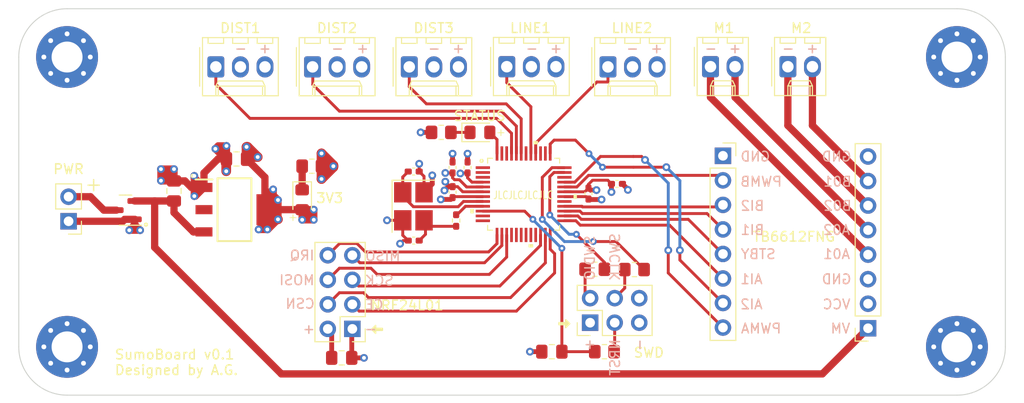
<source format=kicad_pcb>
(kicad_pcb (version 20211014) (generator pcbnew)
  (layers (0 "F.Cu" signal) (1 "In1.Cu" power) (2 "In2.Cu" power) (31 "B.Cu" signal) (34 "B.Paste" user) (35 "F.Paste" user) (36 "B.SilkS" user "B.Silkscreen") (37 "F.SilkS" user "F.Silkscreen") (38 "B.Mask" user) (39 "F.Mask" user) (44 "Edge.Cuts" user))
  (net 0 "")
  (net 1 "+7.5V")
  (net 2 "GND")
  (net 3 "+3V3")
  (net 4 "Net-(C202-Pad1)")
  (net 5 "Net-(C205-Pad1)")
  (net 6 "NRST")
  (net 7 "/[1] Power/LED_PWR_K")
  (net 8 "Net-(D201-Pad1)")
  (net 9 "LED")
  (net 11 "DIST1_DATA")
  (net 12 "DIST2_DATA")
  (net 13 "DIST3_DATA")
  (net 14 "LINE1_DATA")
  (net 15 "LINE2_DATA")
  (net 16 "M1_OutA")
  (net 17 "M1_OutB")
  (net 18 "M2_OutB")
  (net 19 "M2_OutA")
  (net 20 "NRF_CE")
  (net 21 "SPI_SCK")
  (net 22 "SPI_MOSI")
  (net 23 "NRF_IRQ")
  (net 24 "Net-(J208-Pad2)")
  (net 25 "Net-(J208-Pad3)")
  (net 26 "Net-(J208-Pad4)")
  (net 28 "M2_PWM")
  (net 29 "M2_InB")
  (net 30 "M2_InA")
  (net 31 "STBY")
  (net 32 "M1_InA")
  (net 33 "M1_InB")
  (net 34 "M1_PWM")
  (net 35 "Net-(J212-Pad2)")
  (net 36 "Net-(R201-Pad2)")
  (net 37 "SWDIO")
  (net 38 "SWCLK")
  (net 43 "SPI_MISO")
  (net 50 "NRF_CSN")
  (footprint "Resistor_SMD:R_0805_2012Metric_Pad1.20x1.40mm_HandSolder" (layer "F.Cu") (at 131.15 94.7)
    (fp_text reference "R104")
    (fp_text value "1k")
  )
  (footprint "Connector_Molex:Molex_KK-254_AE-6410-03A_1x03_P2.54mm_Vertical" (layer "F.Cu") (at 141.225 84.42)
    (fp_text reference "J203")
    (fp_text value "Conn_01x03")
  )
  (footprint "Capacitor_SMD:C_0402_1005Metric_Pad0.74x0.62mm_HandSolder" (layer "F.Cu") (at 159.75 97.5325 -90)
    (fp_text reference "C207")
    (fp_text value "100n")
  )
  (footprint "LED_SMD:LED_0805_2012Metric_Pad1.15x1.40mm_HandSolder" (layer "F.Cu") (at 148.525 91.2)
    (fp_text reference "D201")
    (fp_text value "BLUE")
  )
  (footprint "Capacitor_SMD:C_0805_2012Metric_Pad1.18x1.45mm_HandSolder" (layer "F.Cu") (at 123.3625 93.95)
    (fp_text reference "C102")
    (fp_text value "22u")
  )
  (footprint "Capacitor_SMD:C_0402_1005Metric_Pad0.74x0.62mm_HandSolder" (layer "F.Cu") (at 141.6825 95.2525)
    (fp_text reference "C202")
    (fp_text value "20p")
  )
  (footprint "Connector_Molex:Molex_KK-254_AE-6410-03A_1x03_P2.54mm_Vertical" (layer "F.Cu") (at 161.765 84.42)
    (fp_text reference "J205")
    (fp_text value "Conn_01x03")
  )
  (footprint "Connector_PinHeader_2.54mm:PinHeader_1x02_P2.54mm_Vertical" (layer "F.Cu") (at 106 100.4 180)
    (fp_text reference "J212")
    (fp_text value "Conn_01x02")
  )
  (footprint "Package_TO_SOT_SMD:SOT-23" (layer "F.Cu") (at 111.8875 99.25 180)
    (fp_text reference "Q101")
    (fp_text value "AO3401A")
  )
  (footprint "Connector_PinHeader_2.54mm:PinHeader_2x03_P2.54mm_Vertical" (layer "F.Cu") (at 159.92 110.9 90)
    (fp_text reference "J208")
    (fp_text value "Conn_02x03_Odd_Even")
  )
  (footprint "Connector_Molex:Molex_KK-254_AE-6410-03A_1x03_P2.54mm_Vertical" (layer "F.Cu") (at 131.225 84.42)
    (fp_text reference "J202")
    (fp_text value "Conn_01x03")
  )
  (footprint "Connector_Molex:Molex_KK-254_AE-6410-03A_1x03_P2.54mm_Vertical" (layer "F.Cu") (at 121.225 84.42)
    (fp_text reference "J201")
    (fp_text value "Conn_01x03")
  )
  (footprint "Capacitor_SMD:C_0805_2012Metric_Pad1.18x1.45mm_HandSolder" (layer "F.Cu") (at 155.9625 113.9 180)
    (fp_text reference "C208")
    (fp_text value "100n")
  )
  (footprint "Capacitor_SMD:C_0402_1005Metric_Pad0.74x0.62mm_HandSolder" (layer "F.Cu") (at 145.7 94.8325 90)
    (fp_text reference "C204")
    (fp_text value "100n")
  )
  (footprint "Resistor_SMD:R_0805_2012Metric_Pad1.20x1.40mm_HandSolder" (layer "F.Cu") (at 161.4 113.9)
    (fp_text reference "R203")
    (fp_text value "49R9")
  )
  (footprint "Crystal:Crystal_SMD_SeikoEpson_FA238-4Pin_3.2x2.5mm_HandSoldering" (layer "F.Cu") (at 141.65 98.8525 -90)
    (fp_text reference "Y201")
    (fp_text value "16MHz")
  )
  (footprint "Capacitor_SMD:C_0402_1005Metric_Pad0.74x0.62mm_HandSolder" (layer "F.Cu") (at 145.7 97.3825 -90)
    (fp_text reference "C206")
    (fp_text value "100n")
  )
  (footprint "Connector_Molex:Molex_KK-254_AE-6410-02A_1x02_P2.54mm_Vertical" (layer "F.Cu") (at 172.365 84.4)
    (fp_text reference "J210")
    (fp_text value "Conn_01x02")
  )
  (footprint "Capacitor_SMD:C_0402_1005Metric_Pad0.74x0.62mm_HandSolder" (layer "F.Cu") (at 147.25 94.8325 90)
    (fp_text reference "C203")
    (fp_text value "100n")
  )
  (footprint "Connector_Molex:Molex_KK-254_AE-6410-02A_1x02_P2.54mm_Vertical" (layer "F.Cu") (at 180.365 84.4)
    (fp_text reference "J211")
    (fp_text value "Conn_01x02")
  )
  (footprint "Resistor_SMD:R_0805_2012Metric_Pad1.20x1.40mm_HandSolder" (layer "F.Cu") (at 144.525 91.2 180)
    (fp_text reference "R202")
    (fp_text value "1k")
  )
  (footprint "Resistor_SMD:R_0402_1005Metric_Pad0.72x0.64mm_HandSolder" (layer "F.Cu") (at 146.07 100.3225 90)
    (fp_text reference "R201")
    (fp_text value "390")
  )
  (footprint "MountingHole:MountingHole_3.2mm_M3_Pad_Via" (layer "F.Cu") (at 105.845 83.4)
    (fp_text reference "H1")
    (fp_text value "MountingHole_Pad")
  )
  (footprint "SamacSys_Parts:SOT230P700X180-4N" (layer "F.Cu") (at 123.15 99.2)
    (fp_text reference "IC101")
    (fp_text value "LMS8117AMP-3.3_NOPB" hide)
  )
  (footprint "Connector_PinSocket_2.54mm:PinSocket_1x08_P2.54mm_Vertical" (layer "F.Cu") (at 173.655 93.625)
    (fp_text reference "J209")
    (fp_text value "Conn_01x08")
  )
  (footprint "MountingHole:MountingHole_3.2mm_M3_Pad_Via" (layer "F.Cu") (at 197.845 113.4)
    (fp_text reference "H3")
    (fp_text value "MountingHole_Pad")
  )
  (footprint "Resistor_SMD:R_0805_2012Metric_Pad1.20x1.40mm_HandSolder" (layer "F.Cu") (at 160.4 105.37)
    (fp_text reference "R204")
    (fp_text value "49R9")
  )
  (footprint "STM32G0B1CE6TN:STM32G0B1CET6N" (layer "F.Cu") (at 153.045 97.6)
    (fp_text reference "U201")
    (fp_text value "STM32G0B1CET6N")
  )
  (footprint "Capacitor_SMD:C_0402_1005Metric_Pad0.74x0.62mm_HandSolder" (layer "F.Cu") (at 141.6825 102.4 180)
    (fp_text reference "C205")
    (fp_text value "20p")
  )
  (footprint "Connector_PinSocket_2.54mm:PinSocket_1x08_P2.54mm_Vertical" (layer "F.Cu") (at 188.655 111.475 180)
    (fp_text reference "J206")
    (fp_text value "Conn_01x08")
  )
  (footprint "Connector_Molex:Molex_KK-254_AE-6410-03A_1x03_P2.54mm_Vertical" (layer "F.Cu") (at 151.305 84.4)
    (fp_text reference "J204")
    (fp_text value "Conn_01x03")
  )
  (footprint "LED_SMD:LED_0805_2012Metric_Pad1.15x1.40mm_HandSolder" (layer "F.Cu") (at 130.15 98.175 -90)
    (fp_text reference "D101")
    (fp_text value "GREEN")
  )
  (footprint "Resistor_SMD:R_0805_2012Metric_Pad1.20x1.40mm_HandSolder" (layer "F.Cu") (at 164.5 105.4)
    (fp_text reference "R205")
    (fp_text value "49R9")
  )
  (footprint "Capacitor_SMD:C_0805_2012Metric_Pad1.18x1.45mm_HandSolder" (layer "F.Cu") (at 116.9 97.2625 90)
    (fp_text reference "C101")
    (fp_text value "22u")
  )
  (footprint "MountingHole:MountingHole_3.2mm_M3_Pad_Via" (layer "F.Cu") (at 105.845 113.4)
    (fp_text reference "H2")
    (fp_text value "MountingHole_Pad")
  )
  (footprint "MountingHole:MountingHole_3.2mm_M3_Pad_Via" (layer "F.Cu") (at 197.845 83.4)
    (fp_text reference "H4")
    (fp_text value "MountingHole_Pad")
  )
  (footprint "Capacitor_SMD:C_0402_1005Metric_Pad0.74x0.62mm_HandSolder" (layer "F.Cu") (at 162.6925 96.525)
    (fp_text reference "C201")
    (fp_text value "10u")
  )
  (footprint "Connector_PinHeader_2.54mm:PinHeader_2x04_P2.54mm_Vertical" (layer "F.Cu") (at 135.340489 111.54 180)
    (fp_text reference "J207")
    (fp_text value "Conn_02x04_Odd_Even")
  )
  (footprint "Capacitor_SMD:C_0805_2012Metric_Pad1.18x1.45mm_HandSolder" (layer "F.Cu") (at 134.240489 114.54 180)
    (fp_text reference "C209")
    (fp_text value "10u")
  )
  (gr_circle (center 114 100.75) (end 114.05 100.7) (layer "F.SilkS") (width 0.15) (fill none))
  (gr_poly (pts (xy 137.340489 111.59) (xy 137.740489 111.19) (xy 137.740489 111.49) (xy 138.440489 111.49) (xy 138.440489 111.69) (xy 137.740489 111.69) (xy 137.740489 111.99)) (layer "F.SilkS") (width 0.15) (fill solid))
  (gr_poly (pts (xy 157.8 111) (xy 157.4 111.4) (xy 157.4 111.1) (xy 156.7 111.1) (xy 156.7 110.9) (xy 157.4 110.9) (xy 157.4 110.6)) (layer "F.SilkS") (width 0.15) (fill solid))
  (gr_circle (center 148.7 94.15) (end 148.75 94.1) (layer "F.SilkS") (width 0.15) (fill none))
  (gr_circle (center 118.85 95.7) (end 118.9 95.65) (layer "F.SilkS") (width 0.15) (fill none))
  (gr_arc (start 105.85 118.4) (mid 102.314466 116.935534) (end 100.85 113.4) (layer "Edge.Cuts") (width 0.1))
  (gr_arc (start 100.85 83.4) (mid 102.314466 79.864466) (end 105.85 78.4) (layer "Edge.Cuts") (width 0.1))
  (gr_arc (start 197.85 78.4) (mid 201.385534 79.864466) (end 202.85 83.4) (layer "Edge.Cuts") (width 0.1))
  (gr_arc (start 202.85 113.4) (mid 201.385534 116.935534) (end 197.85 118.4) (layer "Edge.Cuts") (width 0.1))
  (gr_line (start 202.85 83.4) (end 202.85 113.4) (layer "Edge.Cuts") (width 0.1))
  (gr_line (start 100.85 83.4) (end 100.85 113.4) (layer "Edge.Cuts") (width 0.1))
  (gr_line (start 105.85 78.4) (end 197.85 78.4) (layer "Edge.Cuts") (width 0.1))
  (gr_line (start 105.85 118.4) (end 197.85 118.4) (layer "Edge.Cuts") (width 0.1))
  (gr_text "+" (at 156.4 82.5) (layer "B.SilkS") (effects (font (size 1 1)) (justify mirror)))
  (gr_text "A01" (at 185.4 103.8) (layer "B.SilkS") (effects (font (size 1 1)) (justify mirror)))
  (gr_text "-" (at 153.9 82.5) (layer "B.SilkS") (effects (font (size 1 1)) (justify mirror)))
  (gr_text "MOSI" (at 129.6 106.5) (layer "B.SilkS") (effects (font (size 1 1)) (justify mirror)))
  (gr_text "CE" (at 138.640489 109.04) (layer "B.SilkS") (effects (font (size 1 1)) (justify left mirror)))
  (gr_text "AI1" (at 176.6 106.4) (layer "B.SilkS") (effects (font (size 1 1)) (justify mirror)))
  (gr_text "+" (at 130.840489 111.54) (layer "B.SilkS") (effects (font (size 1 1)) (justify mirror)))
  (gr_text "GND" (at 177 93.7) (layer "B.SilkS") (effects (font (size 1 1)) (justify mirror)))
  (gr_text "-" (at 137.240489 111.54) (layer "B.SilkS") (effects (font (size 1 1)) (justify mirror)))
  (gr_text "SCK" (at 139.7 106.54) (layer "B.SilkS") (effects (font (size 1 1)) (justify left mirror)))
  (gr_text "PWMB" (at 177.6 96.3) (layer "B.SilkS") (effects (font (size 1 1)) (justify mirror)))
  (gr_text "VM" (at 185.8 111.5) (layer "B.SilkS") (effects (font (size 1 1)) (justify mirror)))
  (gr_text "-" (at 133.8 82.5) (layer "B.SilkS") (effects (font (size 1 1)) (justify mirror)))
  (gr_text "CSN" (at 129.940489 108.94) (layer "B.SilkS") (effects (font (size 1 1)) (justify mirror)))
  (gr_text "BI2" (at 176.7 98.8) (layer "B.SilkS") (effects (font (size 1 1)) (justify mirror)))
  (gr_text "SWCLK" (at 162.5 104.1 90) (layer "B.SilkS") (effects (font (size 1 1)) (justify mirror)))
  (gr_text "-" (at 165 113.2 90) (layer "B.SilkS") (effects (font (size 1 1)) (justify mirror)))
  (gr_text "GND" (at 185.4 93.7) (layer "B.SilkS") (effects (font (size 1 1)) (justify mirror)))
  (gr_text "+" (at 136.4 82.5) (layer "B.SilkS") (effects (font (size 1 1)) (justify mirror)))
  (gr_text "-" (at 123.8 82.5) (layer "B.SilkS") (effects (font (size 1 1)) (justify mirror)))
  (gr_text "-" (at 172.4 82.5) (layer "B.SilkS") (effects (font (size 1 1)) (justify mirror)))
  (gr_text "+" (at 174.9 82.5) (layer "B.SilkS") (effects (font (size 1 1)) (justify mirror)))
  (gr_text "STBY" (at 177.3 103.8) (layer "B.SilkS") (effects (font (size 1 1)) (justify mirror)))
  (gr_text "VCC" (at 185.4 109) (layer "B.SilkS") (effects (font (size 1 1)) (justify mirror)))
  (gr_text "PWMA" (at 177.6 111.5) (layer "B.SilkS") (effects (font (size 1 1)) (justify mirror)))
  (gr_text "+" (at 126.3 82.5) (layer "B.SilkS") (effects (font (size 1 1)) (justify mirror)))
  (gr_text "+" (at 159.9 113.1) (layer "B.SilkS") (effects (font (size 1 1)) (justify mirror)))
  (gr_text "BI1" (at 176.7 101.3) (layer "B.SilkS") (effects (font (size 1 1)) (justify mirror)))
  (gr_text "B01" (at 185.5 96.3) (layer "B.SilkS") (effects (font (size 1 1)) (justify mirror)))
  (gr_text "-" (at 164.3 82.5) (layer "B.SilkS") (effects (font (size 1 1)) (justify mirror)))
  (gr_text "-" (at 180.4 82.5) (layer "B.SilkS") (effects (font (size 1 1)) (justify mirror)))
  (gr_text "+" (at 182.9 82.5) (layer "B.SilkS") (effects (font (size 1 1)) (justify mirror)))
  (gr_text "AI2" (at 176.6 109) (layer "B.SilkS") (effects (font (size 1 1)) (justify mirror)))
  (gr_text "-" (at 143.8 82.5) (layer "B.SilkS") (effects (font (size 1 1)) (justify mirror)))
  (gr_text "MISO" (at 140.4 104) (layer "B.SilkS") (effects (font (size 1 1)) (justify left mirror)))
  (gr_text "B02" (at 185.5 98.8) (layer "B.SilkS") (effects (font (size 1 1)) (justify mirror)))
  (gr_text "GND" (at 185.4 106.4) (layer "B.SilkS") (effects (font (size 1 1)) (justify mirror)))
  (gr_text "A02" (at 185.4 101.3) (layer "B.SilkS") (effects (font (size 1 1)) (justify mirror)))
  (gr_text "NRST" (at 162.5 114.5 90) (layer "B.SilkS") (effects (font (size 1 1)) (justify mirror)))
  (gr_text "IRQ" (at 130.140489 103.94) (layer "B.SilkS") (effects (font (size 1 1)) (justify mirror)))
  (gr_text "+" (at 146.3 82.5) (layer "B.SilkS") (effects (font (size 1 1)) (justify mirror)))
  (gr_text "SWDIO" (at 159.9 104.2 90) (layer "B.SilkS") (effects (font (size 1 1)) (justify mirror)))
  (gr_text "+" (at 166.8 82.5) (layer "B.SilkS") (effects (font (size 1 1)) (justify mirror)))
  (gr_text "DIST1" (at 123.75 80.4) (layer "F.SilkS") (effects (font (size 1 1))))
  (gr_text "M1" (at 173.75 80.4) (layer "F.SilkS") (effects (font (size 1 1))))
  (gr_text "JLCJLCJLCJLC" (at 153 97.7) (layer "F.SilkS") (effects (font (size 0.8 0.6) (thickness 0.1))))
  (gr_text "+" (at 150.7 91.17) (layer "F.SilkS") (effects (font (size 0.8 0.8) (thickness 0.1))))
  (gr_text "NRF24L01" (at 141 109.1) (layer "F.SilkS") (effects (font (size 1 1))))
  (gr_text "+" (at 129.2 99.96) (layer "F.SilkS") (effects (font (size 0.8 0.8) (thickness 0.1))))
  (gr_text "LINE1" (at 153.75 80.4) (layer "F.SilkS") (effects (font (size 1 1))))
  (gr_text "3V3" (at 133 98) (layer "F.SilkS") (effects (font (size 1 1))))
  (gr_text "SWD" (at 166 114) (layer "F.SilkS") (effects (font (size 1 1))))
  (gr_text "LINE2" (at 164.25 80.4) (layer "F.SilkS") (effects (font (size 1 1))))
  (gr_text "PWR" (at 106 95) (layer "F.SilkS") (effects (font (size 1 1))))
  (gr_text "DIST3" (at 143.75 80.4) (layer "F.SilkS") (effects (font (size 1 1))))
  (gr_text "DIST2" (at 133.75 80.4) (layer "F.SilkS") (effects (font (size 1 1))))
  (gr_text "SumoBoard v0.1\nDesigned by A.G." (at 110.7 115) (layer "F.SilkS") (effects (font (size 1 1)) (justify left)))
  (gr_text "M2" (at 181.75 80.4) (layer "F.SilkS") (effects (font (size 1 1))))
  (gr_text "STATUS" (at 148.5 89.5) (layer "F.SilkS") (effects (font (size 1 1))))
  (gr_text "TB6612FNG" (at 181 102) (layer "F.SilkS") (effects (font (size 1 1))))
  (gr_text "+" (at 108.59 96.55) (layer "F.SilkS") (effects (font (size 1.5 1.5))))
  (segment (start 116.9 98.3) (end 116.9 99.5) (width 0.75) (layer "F.Cu") (net 1))
  (segment (start 183.93 116.2) (end 188.655 111.475) (width 0.75) (layer "F.Cu") (net 1))
  (segment (start 114.9 98.3) (end 112.825 98.3) (width 0.75) (layer "F.Cu") (net 1))
  (segment (start 116.9 99.5) (end 118.9 101.5) (width 0.75) (layer "F.Cu") (net 1))
  (segment (start 114.9 103.1) (end 128 116.2) (width 0.75) (layer "F.Cu") (net 1))
  (segment (start 114.9 98.3) (end 114.9 103.1) (width 0.75) (layer "F.Cu") (net 1))
  (segment (start 116.9 98.3) (end 114.9 98.3) (width 0.75) (layer "F.Cu") (net 1))
  (segment (start 128 116.2) (end 183.93 116.2) (width 0.75) (layer "F.Cu") (net 1))
  (segment (start 118.9 101.5) (end 120 101.5) (width 0.75) (layer "F.Cu") (net 1))
  (segment (start 145.7 97.95) (end 145.51 98.14) (width 0.5) (layer "F.Cu") (net 2))
  (segment (start 122.325 93.95) (end 122.325 92.6) (width 0.75) (layer "F.Cu") (net 2))
  (segment (start 138.9275 100.3025) (end 138.925 100.3) (width 0.3) (layer "F.Cu") (net 2))
  (segment (start 122.225 93.95) (end 121.175 92.9) (width 0.75) (layer "F.Cu") (net 2))
  (segment (start 141.1 102.4) (end 140.55 101.85) (width 0.3) (layer "F.Cu") (net 2))
  (segment (start 111.6 100.4) (end 111.8 100.2) (width 0.75) (layer "F.Cu") (net 2))
  (segment (start 132.15 94.7) (end 133.375 94.7) (width 1) (layer "F.Cu") (net 2))
  (segment (start 116.9 96.225) (end 118.025 96.225) (width 0.75) (layer "F.Cu") (net 2))
  (segment (start 161.1 98.15) (end 159.8 98.15) (width 0.5) (layer "F.Cu") (net 2))
  (segment (start 122.3 95.225) (end 122.3 93.975) (width 1) (layer "F.Cu") (net 2))
  (segment (start 135.277989 111.6025) (end 135.340489 111.54) (width 0.5) (layer "F.Cu") (net 2))
  (segment (start 122.325 93.95) (end 122.225 93.95) (width 0.75) (layer "F.Cu") (net 2))
  (segment (start 115.55 95) (end 115.55 96.2) (width 0.75) (layer "F.Cu") (net 2))
  (segment (start 163.825 97.09) (end 163.26 96.525) (width 0.5) (layer "F.Cu") (net 2))
  (segment (start 116.9 96.225) (end 116.9 95.8) (width 0.75) (layer "F.Cu") (net 2))
  (segment (start 111.8 100.2) (end 112.825 100.2) (width 0.75) (layer "F.Cu") (net 2))
  (segment (start 119 95.7) (end 119 95.9) (width 0.75) (layer "F.Cu") (net 2))
  (segment (start 116.9 95.8) (end 116.475 95.375) (width 0.75) (layer "F.Cu") (net 2))
  (segment (start 154.925 113.9) (end 153.7 113.9) (width 0.5) (layer "F.Cu") (net 2))
  (segment (start 135.277989 114.54) (end 135.277989 111.6025) (width 0.5) (layer "F.Cu") (net 2))
  (segment (start 112.825 100.2) (end 112.825 100.75) (width 0.75) (layer "F.Cu") (net 2))
  (segment (start 112.825 100.2) (end 112.825 100.775) (width 0.75) (layer "F.Cu") (net 2))
  (segment (start 157.2614 97.85) (end 159.5 97.85) (width 0.3) (layer "F.Cu") (net 2))
  (segment (start 116.9 96.225) (end 115.575 96.225) (width 0.75) (layer "F.Cu") (net 2))
  (segment (start 119 97.8) (end 119.1 97.8) (width 0.75) (layer "F.Cu") (net 2))
  (segment (start 159.8 98.15) (end 159.75 98.1) (width 0.5) (layer "F.Cu") (net 2))
  (segment (start 121.175 92.9) (end 121.475 92.6) (width 0.75) (layer "F.Cu") (net 2))
  (segment (start 106 100.4) (end 111.6 100.4) (width 0.75) (layer "F.Cu") (net 2))
  (segment (start 112.825 100.775) (end 112.275 101.325) (width 0.75) (layer "F.Cu") (net 2))
  (segment (start 122.325 93.95) (end 121.45 93.95) (width 0.75) (layer "F.Cu") (net 2))
  (segment (start 135.277989 114.54) (end 136.540489 114.54) (width 0.5) (layer "F.Cu") (net 2))
  (segment (start 140.55 100.3025) (end 138.9275 100.3025) (width 0.3) (layer "F.Cu") (net 2))
  (segment (start 142.25 95.2525) (end 142.25 94.45) (width 0.3) (layer "F.Cu") (net 2))
  (segment (start 133.375 94.8) (end 132.15 96.025) (width 1) (layer "F.Cu") (net 2))
  (segment (start 122.325 93.425) (end 121.925 93.025) (width 0.75) (layer "F.Cu") (net 2))
  (segment (start 116.775 96.225) (end 115.55 95) (width 0.75) (layer "F.Cu") (net 2))
  (segment (start 122.325 93.95) (end 122.325 93.425) (width 0.75) (layer "F.Cu") (net 2))
  (segment (start 116.9 96.225) (end 116.9 95) (width 0.75) (layer "F.Cu") (net 2))
  (segment (start 148.8286 97.85) (end 145.8 97.85) (width 0.3) (layer "F.Cu") (net 2))
  (segment (start 122.3 93.975) (end 122.325 93.95) (width 1) (layer "F.Cu") (net 2))
  (segment (start 142.75 95.7525) (end 142.25 95.2525) (width 0.3) (layer "F.Cu") (net 2))
  (segment (start 119 95.7) (end 119 97.8) (width 0.75) (layer "F.Cu") (net 2))
  (segment (start 113.4 101.325) (end 112.275 101.325) (width 0.75) (layer "F.Cu") (net 2))
  (segment (start 132.15 96.025) (end 132.15 93.375) (width 1) (layer "F.Cu") (net 2))
  (segment (start 133.375 94.7) (end 133.375 94.8) (width 1) (layer "F.Cu") (net 2))
  (segment (start 141.115 102.4) (end 141.1 102.4) (width 0.3) (layer "F.Cu") (net 2))
  (segment (start 133.375 94.6) (end 132.15 93.375) (width 1) (layer "F.Cu") (net 2))
  (segment (start 143.6 96.5525) (end 142.75 97.4025) (width 0.5) (layer "F.Cu") (net 2))
  (segment (start 140.5975 102.4) (end 140.275 102.7225) (width 0.3) (layer "F.Cu") (net 2))
  (segment (start 147.25 94.265) (end 147.25 93.4) (width 0.5) (layer "F.Cu") (net 2))
  (segment (start 133.375 94.7) (end 133.375 94.6) (width 1) (layer "F.Cu") (net 2))
  (segment (start 112.825 100.75) (end 113.4 101.325) (width 0.75) (layer "F.Cu") (net 2))
  (segment (start 145.51 98.14) (end 144.48 98.14) (width 0.5) (layer "F.Cu") (net 2))
  (segment (start 143.6 95.65) (end 143.6 96.5525) (width 0.5) (layer "F.Cu") (net 2))
  (segment (start 159.5 97.85) (end 159.75 98.1) (width 0.3) (layer "F.Cu") (net 2))
  (segment (start 115.575 96.225) (end 115.55 96.2) (width 0.75) (layer "F.Cu") (net 2))
  (segment (start 120 95.4) (end 120 96.9) (width 0.75) (layer "F.Cu") (net 2))
  (segment (start 116.9 95) (end 115.55 95) (width 0.75) (layer "F.Cu") (net 2))
  (segment (start 119.1 97.8) (end 120 96.9) (width 0.75) (layer "F.Cu") (net 2))
  (segment (start 141.115 102.4) (end 140.5975 102.4) (width 0.3) (layer "F.Cu") (net 2))
  (segment (start 121.45 93.95) (end 120 95.4) (width 0.75) (layer "F.Cu") (net 2))
  (segment (start 121.475 92.6) (end 122.325 92.6) (width 0.75) (layer "F.Cu") (net 2))
  (segment (start 163.825 97.15) (end 163.825 97.09) (width 0.5) (layer "F.Cu") (net 2))
  (segment (start 140.55 101.85) (end 140.55 100.3025) (width 0.3) (layer "F.Cu") (net 2))
  (segment (start 145.7 94.265) (end 145.7 93.4) (width 0.5) (layer "F.Cu") (net 2))
  (segment (start 118.025 96.225) (end 118.7 96.9) (width 0.75) (layer "F.Cu") (net 2))
  (segment (start 143.525 91.2) (end 142.4 91.2) (width 0.5) (layer "F.Cu") (net 2))
  (segment (start 119 95.9) (end 120 96.9) (width 0.75) (layer "F.Cu") (net 2))
  (segment (start 118.7 96.9) (end 120 96.9) (width 0.75) (layer "F.Cu") (net 2))
  (segment (start 142.75 97.4025) (end 142.75 95.7525) (width 0.3) (layer "F.Cu") (net 2))
  (segment (start 116.9 96.225) (end 116.775 96.225) (width 0.75) (layer "F.Cu") (net 2))
  (via (at 113.4 101.325) (size 0.8) (drill 0.4) (layers "F.Cu" "B.Cu") (net 2))
  (via (at 132.15 96.025) (size 0.8) (drill 0.4) (layers "F.Cu" "B.Cu") (net 2))
  (via (at 145.7 93.4) (size 0.8) (drill 0.4) (layers "F.Cu" "B.Cu") (net 2))
  (via (at 132.15 93.375) (size 0.8) (drill 0.4) (layers "F.Cu" "B.Cu") (net 2))
  (via (at 122.325 92.6) (size 0.8) (drill 0.4) (layers "F.Cu" "B.Cu") (net 2))
  (via (at 140.275 102.7225) (size 0.8) (drill 0.4) (layers "F.Cu" "B.Cu") (net 2))
  (via (at 121.175 92.9) (size 0.8) (drill 0.4) (layers "F.Cu" "B.Cu") (net 2))
  (via (at 112.275 101.325) (size 0.8) (drill 0.4) (layers "F.Cu" "B.Cu") (net 2))
  (via (at 161.1 98.15) (size 0.8) (drill 0.4) (layers "F.Cu" "B.Cu") (net 2))
  (via (at 144.48 98.14) (size 0.8) (drill 0.4) (layers "F.Cu" "B.Cu") (net 2))
  (via (at 142.4 91.2) (size 0.8) (drill 0.4) (layers "F.Cu" "B.Cu") (net 2))
  (via (at 136.540489 114.54) (size 0.8) (drill 0.4) (layers "F.Cu" "B.Cu") (net 2))
  (via (at 119 95.7) (size 0.8) (drill 0.4) (layers "F.Cu" "B.Cu") (net 2))
  (via (at 115.55 95) (size 0.8) (drill 0.4) (layers "F.Cu" "B.Cu") (net 2))
  (via (at 115.55 96.2) (size 0.8) (drill 0.4) (layers "F.Cu" "B.Cu") (net 2))
  (via (at 142.25 94.45) (size 0.8) (drill 0.4) (layers "F.Cu" "B.Cu") (net 2))
  (via (at 133.375 94.7) (size 0.8) (drill 0.4) (layers "F.Cu" "B.Cu") (net 2))
  (via (at 147.25 93.4) (size 0.8) (drill 0.4) (layers "F.Cu" "B.Cu") (net 2))
  (via (at 153.7 113.9) (size 0.8) (drill 0.4) (layers "F.Cu" "B.Cu") (net 2))
  (via (at 138.925 100.3) (size 0.8) (drill 0.4) (layers "F.Cu" "B.Cu") (net 2))
  (via (at 143.6 95.65) (size 0.8) (drill 0.4) (layers "F.Cu" "B.Cu") (net 2))
  (via (at 163.825 97.15) (size 0.8) (drill 0.4) (layers "F.Cu" "B.Cu") (net 2))
  (via (at 119 97.8) (size 0.8) (drill 0.4) (layers "F.Cu" "B.Cu") (net 2))
  (via (at 122.3 95.225) (size 0.8) (drill 0.4) (layers "F.Cu" "B.Cu") (net 2))
  (via (at 116.9 95) (size 0.8) (drill 0.4) (layers "F.Cu" "B.Cu") (net 2))
  (segment (start 126.3 99.2) (end 126.65 99.2) (width 0.75) (layer "F.Cu") (net 3))
  (segment (start 160.575 97.175) (end 159.96 97.175) (width 0.5) (layer "F.Cu") (net 3))
  (segment (start 126.3 99.2) (end 126.3 101) (width 0.75) (layer "F.Cu") (net 3))
  (segment (start 131.35 100.25) (end 130.15 100.25) (width 0.75) (layer "F.Cu") (net 3))
  (segment (start 130.3 99.2) (end 131.35 100.25) (width 0.75) (layer "F.Cu") (net 3))
  (segment (start 145.9 96.1) (end 146.4 96.1) (width 0.3) (layer "F.Cu") (net 3))
  (segment (start 127.65 100.2) (end 127.3 100.2) (width 1) (layer "F.Cu") (net 3))
  (segment (start 148.8286 97.35) (end 146.75 97.35) (width 0.3) (layer "F.Cu") (net 3))
  (segment (start 126.55 101.25) (end 126.6 101.25) (width 0.75) (layer "F.Cu") (net 3))
  (segment (start 126.3 101) (end 126.55 101.25) (width 0.75) (layer "F.Cu") (net 3))
  (segment (start 130.15 99.2) (end 131.35 99.2) (width 0.75) (layer "F.Cu") (net 3))
  (segment (start 131.35 100.25) (end 131.35 99.2) (width 0.75) (layer "F.Cu") (net 3))
  (segment (start 145.7 95.9) (end 145.9 96.1) (width 0.3) (layer "F.Cu") (net 3))
  (segment (start 146.4 96.1) (end 147.149999 96.849999) (width 0.3) (layer "F.Cu") (net 3))
  (segment (start 124.5 92.7) (end 125.55 93.75) (width 1) (layer "F.Cu") (net 3))
  (segment (start 126.3 99.2) (end 126.3 100.6) (width 0.75) (layer "F.Cu") (net 3))
  (segment (start 146.55 95.4) (end 146.5 95.45) (width 0.3) (layer "F.Cu") (net 3))
  (segment (start 127.65 98.2) (end 127.15 97.7) (width 0.75) (layer "F.Cu") (net 3))
  (segment (start 126.3 97.95) (end 127.15 97.1) (width 0.75) (layer "F.Cu") (net 3))
  (segment (start 145.465 96.815) (end 144.95 96.3) (width 0.3) (layer "F.Cu") (net 3))
  (segment (start 130.15 99.2) (end 130.3 99.2) (width 0.75) (layer "F.Cu") (net 3))
  (segment (start 126.3 95.85) (end 126.3 99.2) (width 0.75) (layer "F.Cu") (net 3))
  (segment (start 162.125 97.375) (end 162.125 96.525) (width 0.5) (layer "F.Cu") (net 3))
  (segment (start 147.7 96.35) (end 147.25 95.9) (width 0.3) (layer "F.Cu") (net 3))
  (segment (start 127.65 100.2) (end 127.65 98.2) (width 0.75) (layer "F.Cu") (net 3))
  (segment (start 159.96 97.175) (end 159.75 96.965) (width 0.5) (layer "F.Cu") (net 3))
  (segment (start 133.202989 114.54) (end 133.202989 111.9425) (width 0.5) (layer "F.Cu") (net 3))
  (segment (start 126.6 101.25) (end 127.65 100.2) (width 0.75) (layer "F.Cu") (net 3))
  (segment (start 124.4 92.7) (end 124.5 92.7) (width 1) (layer "F.Cu") (net 3))
  (segment (start 157.2614 97.35) (end 159.365 97.35) (width 0.3) (layer "F.Cu") (net 3))
  (segment (start 160.17548 96.14952) (end 161.74952 96.14952) (width 0.3) (layer "F.Cu") (net 3))
  (segment (start 148.8286 96.35) (end 147.7 96.35) (width 0.3) (layer "F.Cu") (net 3))
  (segment (start 159.75 96.575) (end 160.17548 96.14952) (width 0.3) (layer "F.Cu") (net 3))
  (segment (start 126.3 100.6) (end 125.65 101.25) (width 0.75) (layer "F.Cu") (net 3))
  (segment (start 124.6 93.75) (end 124.4 93.95) (width 1) (layer "F.Cu") (net 3))
  (segment (start 159.365 97.35) (end 159.75 96.965) (width 0.3) (layer "F.Cu") (net 3))
  (segment (start 145.7 96.815) (end 145.465 96.815) (width 0.3) (layer "F.Cu") (net 3))
  (segment (start 133.202989 111.9425) (end 132.800489 111.54) (width 0.5) (layer "F.Cu") (net 3))
  (segment (start 147.149999 96.849999) (end 148.8286 96.849999) (width 0.3) (layer "F.Cu") (net 3))
  (segment (start 124.4 92.7) (end 124.4 93.95) (width 1) (layer "F.Cu") (net 3))
  (segment (start 161.74952 96.14952) (end 162.125 96.525) (width 0.3) (layer "F.Cu") (net 3))
  (segment (start 125.55 93.75) (end 124.6 93.75) (width 1) (layer "F.Cu") (net 3))
  (segment (start 146.75 97.35) (end 146.215 96.815) (width 0.3) (layer "F.Cu") (net 3))
  (segment (start 147.25 95.4) (end 146.55 95.4) (width 0.3) (layer "F.Cu") (net 3))
  (segment (start 159.75 96.965) (end 159.75 96.575) (width 0.3) (layer "F.Cu") (net 3))
  (segment (start 147.25 95.9) (end 147.25 95.4) (width 0.3) (layer "F.Cu") (net 3))
  (segment (start 124.4 93.95) (end 126.3 95.85) (width 0.75) (layer "F.Cu") (net 3))
  (segment (start 126.3 99.2) (end 126.3 97.95) (width 0.75) (layer "F.Cu") (net 3))
  (segment (start 127.3 100.2) (end 126.3 99.2) (width 1) (layer "F.Cu") (net 3))
  (segment (start 145.7 95.4) (end 145.7 95.9) (width 0.3) (layer "F.Cu") (net 3))
  (segment (start 146.215 96.815) (end 145.7 96.815) (width 0.3) (layer "F.Cu") (net 3))
  (segment (start 125.65 101.25) (end 126.55 101.25) (width 0.75) (layer "F.Cu") (net 3))
  (segment (start 126.3 99.2) (end 130.15 99.2) (width 0.75) (layer "F.Cu") (net 3))
  (segment (start 144.86 97.21) (end 145.255 96.815) (width 0.5) (layer "F.Cu") (net 3))
  (segment (start 145.7 95.4) (end 144.95 95.4) (width 0.3) (layer "F.Cu") (net 3))
  (segment (start 130.15 99.2) (end 130.15 100.25) (width 0.75) (layer "F.Cu") (net 3))
  (segment (start 145.255 96.815) (end 145.7 96.815) (width 0.5) (layer "F.Cu") (net 3))
  (segment (start 127.15 97.7) (end 127.15 97.1) (width 0.75) (layer "F.Cu") (net 3))
  (segment (start 126.65 99.2) (end 127.65 98.2) (width 0.75) (layer "F.Cu") (net 3))
  (via (at 127.65 98.2) (size 0.8) (drill 0.4) (layers "F.Cu" "B.Cu") (net 3))
  (via (at 144.95 96.3) (size 0.8) (drill 0.4) (layers "F.Cu" "B.Cu") (net 3))
  (via (at 127.65 100.2) (size 0.8) (drill 0.4) (layers "F.Cu" "B.Cu") (net 3))
  (via (at 146.5 95.45) (size 0.8) (drill 0.4) (layers "F.Cu" "B.Cu") (net 3))
  (via (at 160.575 97.175) (size 0.8) (drill 0.4) (layers "F.Cu" "B.Cu") (net 3))
  (via (at 131.35 100.25) (size 0.8) (drill 0.4) (layers "F.Cu" "B.Cu") (net 3))
  (via (at 125.55 93.75) (size 0.8) (drill 0.4) (layers "F.Cu" "B.Cu") (net 3))
  (via (at 162.125 97.375) (size 0.8) (drill 0.4) (layers "F.Cu" "B.Cu") (net 3))
  (via (at 124.4 92.7) (size 0.8) (drill 0.4) (layers "F.Cu" "B.Cu") (net 3))
  (via (at 130.15 100.25) (size 0.8) (drill 0.4) (layers "F.Cu" "B.Cu") (net 3))
  (via (at 144.86 97.21) (size 0.8) (drill 0.4) (layers "F.Cu" "B.Cu") (net 3))
  (via (at 126.55 101.25) (size 0.8) (drill 0.4) (layers "F.Cu" "B.Cu") (net 3))
  (via (at 125.65 101.25) (size 0.8) (drill 0.4) (layers "F.Cu" "B.Cu") (net 3))
  (via (at 127.15 97.1) (size 0.8) (drill 0.4) (layers "F.Cu" "B.Cu") (net 3))
  (via (at 131.35 99.2) (size 0.8) (drill 0.4) (layers "F.Cu" "B.Cu") (net 3))
  (via (at 144.95 95.4) (size 0.8) (drill 0.4) (layers "F.Cu" "B.Cu") (net 3))
  (segment (start 146.280999 98.9) (end 146.830998 98.350001) (width 0.3) (layer "F.Cu") (net 4))
  (segment (start 140.55 95.8175) (end 141.115 95.2525) (width 0.3) (layer "F.Cu") (net 4))
  (segment (start 141.65 98.9) (end 146.280999 98.9) (width 0.3) (layer "F.Cu") (net 4))
  (segment (start 140.55 97.8) (end 141.65 98.9) (width 0.3) (layer "F.Cu") (net 4))
  (segment (start 140.55 97.4025) (end 140.55 95.8175) (width 0.3) (layer "F.Cu") (net 4))
  (segment (start 146.830998 98.350001) (end 148.8286 98.350001) (width 0.3) (layer "F.Cu") (net 4))
  (segment (start 140.55 97.4025) (end 140.55 97.8) (width 0.3) (layer "F.Cu") (net 4))
  (segment (start 140.55 97.851522) (end 140.55 97.4025) (width 0.3) (layer "F.Cu") (net 4))
  (segment (start 142.9 100.4525) (end 142.75 100.3025) (width 0.3) (layer "F.Cu") (net 5))
  (segment (start 143.3675 100.92) (end 142.75 100.3025) (width 0.3) (layer "F.Cu") (net 5))
  (segment (start 142.9 101.75) (end 142.9 100.4525) (width 0.3) (layer "F.Cu") (net 5))
  (segment (start 142.25 102.4) (end 142.9 101.75) (width 0.3) (layer "F.Cu") (net 5))
  (segment (start 146.07 100.92) (end 143.3675 100.92) (width 0.3) (layer "F.Cu") (net 5))
  (segment (start 154 100.2) (end 153.149999 99.349999) (width 0.3) (layer "F.Cu") (net 6))
  (segment (start 157 113.9) (end 160.4 113.9) (width 0.3) (layer "F.Cu") (net 6))
  (segment (start 153.149999 99.349999) (end 148.8286 99.349999) (width 0.3) (layer "F.Cu") (net 6))
  (segment (start 157 103.2) (end 157 113.9) (width 0.3) (layer "F.Cu") (net 6))
  (via (at 154 100.2) (size 0.7) (drill 0.3) (layers "F.Cu" "B.Cu") (net 6))
  (via (at 157 103.2) (size 0.7) (drill 0.3) (layers "F.Cu" "B.Cu") (net 6))
  (segment (start 157 103.2) (end 156.977425 103.2) (width 0.3) (layer "B.Cu") (net 6))
  (segment (start 154 100.222575) (end 154 100.2) (width 0.3) (layer "B.Cu") (net 6))
  (segment (start 156.977425 103.2) (end 154 100.222575) (width 0.3) (layer "B.Cu") (net 6))
  (segment (start 130.15 97.15) (end 130.15 94.7) (width 0.75) (layer "F.Cu") (net 7))
  (segment (start 147.5 91.2) (end 145.525 91.2) (width 0.3) (layer "F.Cu") (net 8))
  (segment (start 150.295 91.945) (end 149.55 91.2) (width 0.3) (layer "F.Cu") (net 9))
  (segment (start 150.295 93.3836) (end 150.295 91.945) (width 0.3) (layer "F.Cu") (net 9))
  (segment (start 150.25 89.75) (end 151.795 91.295) (width 0.3) (layer "F.Cu") (net 11))
  (segment (start 124.75 89.75) (end 150.25 89.75) (width 0.3) (layer "F.Cu") (net 11))
  (segment (start 121.225 86.225) (end 124.75 89.75) (width 0.3) (layer "F.Cu") (net 11))
  (segment (start 121.225 84.42) (end 121.225 86.225) (width 0.3) (layer "F.Cu") (net 11))
  (segment (start 151.795 91.295) (end 151.795 93.3836) (width 0.3) (layer "F.Cu") (net 11))
  (segment (start 131.25 86.25) (end 134 89) (width 0.3) (layer "F.Cu") (net 12))
  (segment (start 152.294999 90.544999) (end 152.294999 93.3836) (width 0.3) (layer "F.Cu") (net 12))
  (segment (start 131.225 84.42) (end 131.25 84.445) (width 0.3) (layer "F.Cu") (net 12))
  (segment (start 134 89) (end 150.75 89) (width 0.3) (layer "F.Cu") (net 12))
  (segment (start 131.25 84.445) (end 131.25 86.25) (width 0.3) (layer "F.Cu") (net 12))
  (segment (start 150.75 89) (end 152.294999 90.544999) (width 0.3) (layer "F.Cu") (net 12))
  (segment (start 151.25 88.25) (end 152.795 89.795) (width 0.3) (layer "F.Cu") (net 13))
  (segment (start 141.225 86.475) (end 141.225 84.42) (width 0.3) (layer "F.Cu") (net 13))
  (segment (start 141.225 86.475) (end 143 88.25) (width 0.3) (layer "F.Cu") (net 13))
  (segment (start 143 88.25) (end 151.25 88.25) (width 0.3) (layer "F.Cu") (net 13))
  (segment (start 152.795 89.795) (end 152.795 93.3836) (width 0.3) (layer "F.Cu") (net 13))
  (segment (start 153.795001 88.545001) (end 153.795001 93.3836) (width 0.3) (layer "F.Cu") (net 14))
  (segment (start 151.305 86.055) (end 153.795001 88.545001) (width 0.3) (layer "F.Cu") (net 14))
  (segment (start 151.305 84.4) (end 151.305 86.055) (width 0.3) (layer "F.Cu") (net 14))
  (segment (start 161.765 85.985) (end 160.618277 85.985) (width 0.3) (layer "F.Cu") (net 15))
  (segment (start 161.765 84.42) (end 161.765 85.985) (width 0.3) (layer "F.Cu") (net 15))
  (segment (start 160.618277 85.985) (end 154.295 92.308277) (width 0.3) (layer "F.Cu") (net 15))
  (segment (start 154.295 92.308277) (end 154.295 93.3836) (width 0.3) (layer "F.Cu") (net 15))
  (segment (start 172.365 87.565) (end 172.365 84.4) (width 0.75) (layer "F.Cu") (net 16))
  (segment (start 188.655 103.855) (end 172.365 87.565) (width 0.75) (layer "F.Cu") (net 16))
  (segment (start 188.655 101.315) (end 174.905 87.565) (width 0.75) (layer "F.Cu") (net 17))
  (segment (start 174.905 87.565) (end 174.905 84.4) (width 0.75) (layer "F.Cu") (net 17))
  (segment (start 188.655 96.235) (end 182.905 90.485) (width 0.75) (layer "F.Cu") (net 18))
  (segment (start 182.905 90.485) (end 182.905 84.4) (width 0.75) (layer "F.Cu") (net 18))
  (segment (start 188.655 98.775) (end 180.365 90.485) (width 0.75) (layer "F.Cu") (net 19))
  (segment (start 180.365 90.485) (end 180.365 84.4) (width 0.75) (layer "F.Cu") (net 19))
  (segment (start 155.795 103.295) (end 156.25 103.75) (width 0.3) (layer "F.Cu") (net 20))
  (segment (start 156.25 105.75) (end 152.3 109.7) (width 0.3) (layer "F.Cu") (net 20))
  (segment (start 136.040489 109.7) (end 135.340489 109) (width 0.3) (layer "F.Cu") (net 20))
  (segment (start 152.3 109.7) (end 136.040489 109.7) (width 0.3) (layer "F.Cu") (net 20))
  (segment (start 155.795 101.8164) (end 155.795 103.295) (width 0.3) (layer "F.Cu") (net 20))
  (segment (start 156.25 103.75) (end 156.25 105.75) (width 0.3) (layer "F.Cu") (net 20))
  (segment (start 150.587686 107.1) (end 135.980489 107.1) (width 0.3) (layer "F.Cu") (net 21))
  (segment (start 135.980489 107.1) (end 135.340489 106.46) (width 0.3) (layer "F.Cu") (net 21))
  (segment (start 154.794999 102.891723) (end 154.795481 102.892205) (width 0.3) (layer "F.Cu") (net 21))
  (segment (start 154.795481 102.892205) (end 150.587686 107.1) (width 0.3) (layer "F.Cu") (net 21))
  (segment (start 154.794999 101.8164) (end 154.794999 102.891723) (width 0.3) (layer "F.Cu") (net 21))
  (segment (start 134 105.260489) (end 132.800489 106.46) (width 0.3) (layer "F.Cu") (net 22))
  (segment (start 151.295001 101.8164) (end 151.295001 104.104999) (width 0.3) (layer "F.Cu") (net 22))
  (segment (start 137.260489 105.260489) (end 134 105.260489) (width 0.3) (layer "F.Cu") (net 22))
  (segment (start 137.9 105.9) (end 137.260489 105.260489) (width 0.3) (layer "F.Cu") (net 22))
  (segment (start 151.295001 104.104999) (end 149.5 105.9) (width 0.3) (layer "F.Cu") (net 22))
  (segment (start 149.5 105.9) (end 137.9 105.9) (width 0.3) (layer "F.Cu") (net 22))
  (segment (start 136.691366 103.574511) (end 135.816855 102.7) (width 0.3) (layer "F.Cu") (net 23))
  (segment (start 150.295 102.705) (end 149.425489 103.574511) (width 0.3) (layer "F.Cu") (net 23))
  (segment (start 135.816855 102.7) (end 134.020489 102.7) (width 0.3) (layer "F.Cu") (net 23))
  (segment (start 150.295 101.8164) (end 150.295 102.705) (width 0.3) (layer "F.Cu") (net 23))
  (segment (start 134.020489 102.7) (end 132.800489 103.92) (width 0.3) (layer "F.Cu") (net 23))
  (segment (start 149.425489 103.574511) (end 136.691366 103.574511) (width 0.3) (layer "F.Cu") (net 23))
  (segment (start 159.92 108.36) (end 159.4 107.84) (width 0.3) (layer "F.Cu") (net 24))
  (segment (start 159.4 107.84) (end 159.4 105.37) (width 0.3) (layer "F.Cu") (net 24))
  (segment (start 162.46 113.84) (end 162.4 113.9) (width 0.3) (layer "F.Cu") (net 25))
  (segment (start 162.46 110.9) (end 162.46 113.84) (width 0.3) (layer "F.Cu") (net 25))
  (segment (start 162.46 108.36) (end 163.5 107.32) (width 0.3) (layer "F.Cu") (net 26))
  (segment (start 163.5 107.32) (end 163.5 105.4) (width 0.3) (layer "F.Cu") (net 26))
  (segment (start 158.550001 96.849999) (end 159.75 95.65) (width 0.3) (layer "F.Cu") (net 28))
  (segment (start 159.75 95.65) (end 173.14 95.65) (width 0.3) (layer "F.Cu") (net 28))
  (segment (start 173.14 95.65) (end 173.655 96.165) (width 0.3) (layer "F.Cu") (net 28))
  (segment (start 157.2614 96.849999) (end 158.550001 96.849999) (width 0.3) (layer "F.Cu") (net 28))
  (segment (start 173.44298 98.91702) (end 173.655 98.705) (width 0.3) (layer "F.Cu") (net 29))
  (segment (start 159.136021 98.91702) (end 173.44298 98.91702) (width 0.3) (layer "F.Cu") (net 29))
  (segment (start 173.51298 98.91702) (end 173.655 98.775) (width 0.3) (layer "F.Cu") (net 29))
  (segment (start 159.069001 98.85) (end 159.136021 98.91702) (width 0.3) (layer "F.Cu") (net 29))
  (segment (start 157.2614 98.85) (end 159.069001 98.85) (width 0.3) (layer "F.Cu") (net 29))
  (segment (start 157.2614 99.349999) (end 158.862572 99.349999) (width 0.3) (layer "F.Cu") (net 30))
  (segment (start 158.862572 99.349999) (end 159.112573 99.6) (width 0.3) (layer "F.Cu") (net 30))
  (segment (start 172.01 99.6) (end 173.655 101.245) (width 0.3) (layer "F.Cu") (net 30))
  (segment (start 159.112573 99.6) (end 172.01 99.6) (width 0.3) (layer "F.Cu") (net 30))
  (segment (start 159.006145 100.2) (end 170.07 100.2) (width 0.3) (layer "F.Cu") (net 31))
  (segment (start 157.2614 99.850001) (end 158.656146 99.850001) (width 0.3) (layer "F.Cu") (net 31))
  (segment (start 170.07 100.2) (end 173.655 103.785) (width 0.3) (layer "F.Cu") (net 31))
  (segment (start 158.656146 99.850001) (end 159.006145 100.2) (width 0.3) (layer "F.Cu") (net 31))
  (segment (start 168.13 100.8) (end 173.655 106.325) (width 0.3) (layer "F.Cu") (net 32))
  (segment (start 157.2614 100.35) (end 158.449717 100.35) (width 0.3) (layer "F.Cu") (net 32))
  (segment (start 158.899718 100.8) (end 168.13 100.8) (width 0.3) (layer "F.Cu") (net 32))
  (segment (start 158.449717 100.35) (end 158.899718 100.8) (width 0.3) (layer "F.Cu") (net 32))
  (segment (start 158.4 92) (end 159.8 93.4) (width 0.3) (layer "F.Cu") (net 33))
  (segment (start 155.795 92.405) (end 156.2 92) (width 0.3) (layer "F.Cu") (net 33))
  (segment (start 169.2 103.4) (end 169.2 104.41) (width 0.3) (layer "F.Cu") (net 33))
  (segment (start 156.2 92) (end 158.4 92) (width 0.3) (layer "F.Cu") (net 33))
  (segment (start 161.2 94.8) (end 164.4 94.8) (width 0.3) (layer "F.Cu") (net 33))
  (segment (start 155.795 93.3836) (end 155.795 92.405) (width 0.3) (layer "F.Cu") (net 33))
  (segment (start 169.2 104.41) (end 173.655 108.865) (width 0.3) (layer "F.Cu") (net 33))
  (segment (start 164.4 94.8) (end 167.8 94.8) (width 0.3) (layer "F.Cu") (net 33))
  (via (at 167.8 94.8) (size 0.8) (drill 0.4) (layers "F.Cu" "B.Cu") (net 33))
  (via (at 159.8 93.4) (size 0.7) (drill 0.3) (layers "F.Cu" "B.Cu") (net 33))
  (via (at 161.2 94.8) (size 0.7) (drill 0.3) (layers "F.Cu" "B.Cu") (net 33))
  (via (at 169.2 103.4) (size 0.8) (drill 0.4) (layers "F.Cu" "B.Cu") (net 33))
  (segment (start 159.8 93.4) (end 161.2 94.8) (width 0.3) (layer "B.Cu") (net 33))
  (segment (start 169.2 96.2) (end 169.2 103.4) (width 0.3) (layer "B.Cu") (net 33))
  (segment (start 167.8 94.8) (end 169.2 96.2) (width 0.3) (layer "B.Cu") (net 33))
  (segment (start 165.2445 93.695) (end 165.6 94.0505) (width 0.3) (layer "F.Cu") (net 34))
  (segment (start 160.991723 93.695) (end 164.395 93.695) (width 0.3) (layer "F.Cu") (net 34))
  (segment (start 157.2614 96.35) (end 158.336723 96.35) (width 0.3) (layer "F.Cu") (net 34))
  (segment (start 158.336723 96.35) (end 160.991723 93.695) (width 0.3) (layer "F.Cu") (net 34))
  (segment (start 168 105.75) (end 173.655 111.405) (width 0.3) (layer "F.Cu") (net 34))
  (segment (start 168 103.4) (end 168 105.75) (width 0.3) (layer "F.Cu") (net 34))
  (segment (start 164.395 93.695) (end 165.2445 93.695) (width 0.3) (layer "F.Cu") (net 34))
  (via (at 165.6 94.0505) (size 0.8) (drill 0.4) (layers "F.Cu" "B.Cu") (net 34))
  (via (at 168 103.4) (size 0.8) (drill 0.4) (layers "F.Cu" "B.Cu") (net 34))
  (segment (start 165.6 94.0505) (end 168 96.4505) (width 0.3) (layer "B.Cu") (net 34))
  (segment (start 168 96.4505) (end 168 103.4) (width 0.3) (layer "B.Cu") (net 34))
  (segment (start 106 97.86) (end 108.26 97.86) (width 0.75) (layer "F.Cu") (net 35))
  (segment (start 109.65 99.25) (end 110.95 99.25) (width 0.75) (layer "F.Cu") (net 35))
  (segment (start 108.26 97.86) (end 109.65 99.25) (width 0.75) (layer "F.Cu") (net 35))
  (segment (start 148.8286 98.85) (end 147.037427 98.85) (width 0.3) (layer "F.Cu") (net 36))
  (segment (start 147.037427 98.85) (end 146.162427 99.725) (width 0.3) (layer "F.Cu") (net 36))
  (segment (start 146.162427 99.725) (end 146.07 99.725) (width 0.3) (layer "F.Cu") (net 36))
  (segment (start 161.4 104.65) (end 161.4 105.37) (width 0.3) (layer "F.Cu") (net 37))
  (segment (start 158.5 101.75) (end 161.4 104.65) (width 0.3) (layer "F.Cu") (net 37))
  (segment (start 155.75 95.786079) (end 155.75 99.75) (width 0.3) (layer "F.Cu") (net 37))
  (segment (start 157.2614 95.349999) (end 156.18608 95.349999) (width 0.3) (layer "F.Cu") (net 37))
  (segment (start 156.18608 95.349999) (end 155.75 95.786079) (width 0.3) (layer "F.Cu") (net 37))
  (via (at 158.5 101.75) (size 0.7) (drill 0.3) (layers "F.Cu" "B.Cu") (net 37))
  (via (at 155.75 99.75) (size 0.7) (drill 0.3) (layers "F.Cu" "B.Cu") (net 37))
  (segment (start 155.75 99.75) (end 157.75 101.75) (width 0.3) (layer "B.Cu") (net 37))
  (segment (start 157.75 101.75) (end 158.5 101.75) (width 0.3) (layer "B.Cu") (net 37))
  (segment (start 157.2614 94.85) (end 155.979651 94.85) (width 0.3) (layer "F.Cu") (net 38))
  (segment (start 155.979651 94.85) (end 154.977504 95.852147) (width 0.3) (layer "F.Cu") (net 38))
  (segment (start 160.25 102.5) (end 162.6 102.5) (width 0.3) (layer "F.Cu") (net 38))
  (segment (start 154.977504 95.852147) (end 154.977504 100.21082) (width 0.3) (layer "F.Cu") (net 38))
  (segment (start 162.6 102.5) (end 165.5 105.4) (width 0.3) (layer "F.Cu") (net 38))
  (via (at 160.25 102.5) (size 0.7) (drill 0.3) (layers "F.Cu" "B.Cu") (net 38))
  (via (at 154.977504 100.21082) (size 0.7) (drill 0.3) (layers "F.Cu" "B.Cu") (net 38))
  (segment (start 157.266684 102.5) (end 160.25 102.5) (width 0.3) (layer "B.Cu") (net 38))
  (segment (start 154.977504 100.21082) (end 157.266684 102.5) (width 0.3) (layer "B.Cu") (net 38))
  (segment (start 149.006428 104.7) (end 136.120489 104.7) (width 0.3) (layer "F.Cu") (net 43))
  (segment (start 136.120489 104.7) (end 135.340489 103.92) (width 0.3) (layer "F.Cu") (net 43))
  (segment (start 150.794999 101.8164) (end 150.794999 102.911429) (width 0.3) (layer "F.Cu") (net 43))
  (segment (start 150.794999 102.911429) (end 149.006428 104.7) (width 0.3) (layer "F.Cu") (net 43))
  (segment (start 136.500489 107.800489) (end 134 107.800489) (width 0.3) (layer "F.Cu") (net 50))
  (segment (start 155.295001 104.704999) (end 151.7 108.3) (width 0.3) (layer "F.Cu") (net 50))
  (segment (start 155.295001 101.8164) (end 155.295001 104.704999) (width 0.3) (layer "F.Cu") (net 50))
  (segment (start 137 108.3) (end 136.500489 107.800489) (width 0.3) (layer "F.Cu") (net 50))
  (segment (start 134 107.800489) (end 132.800489 109) (width 0.3) (layer "F.Cu") (net 50))
  (segment (start 151.7 108.3) (end 137 108.3) (width 0.3) (layer "F.Cu") (net 50))
)
</source>
